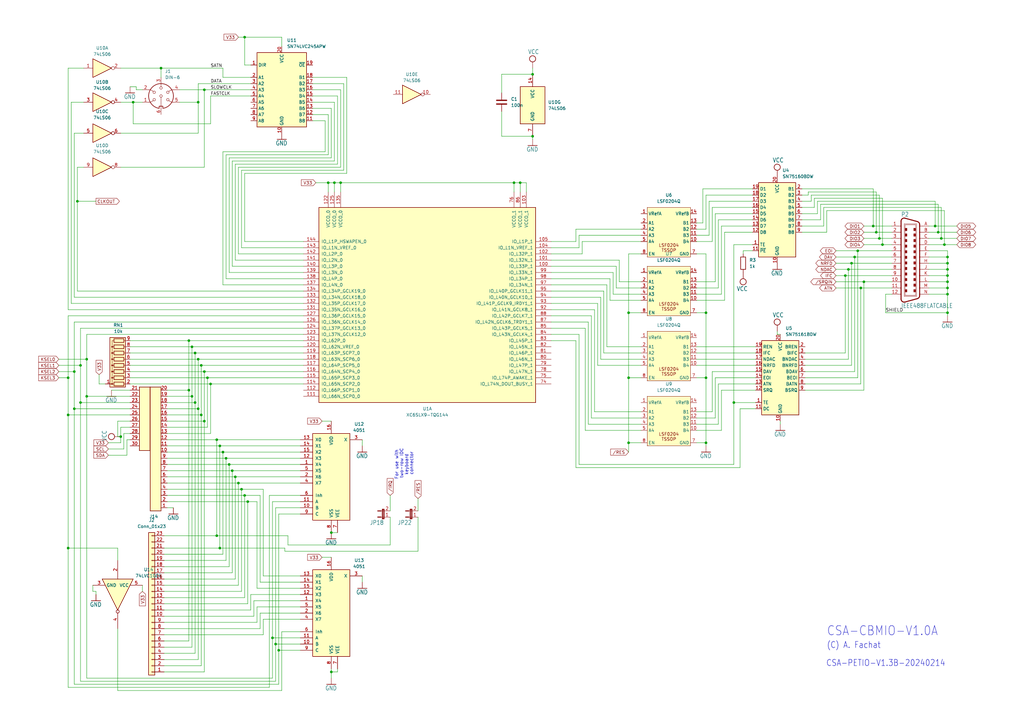
<source format=kicad_sch>
(kicad_sch (version 20250114) (generator "eeschema") (generator_version "9.0")
  (paper "A3")
  (text "For use with \ntwo-row IDC\nkeyboard \nconnector" (at 165.735 190.119 90) (effects (font (size 1.27 1.27))))
  (text "CSA-CBMIO-V1.0A" (at 339.09 261.112 0) (effects (font (size 3.81 3.2385)) (justify left bottom)))
  (text "CSA-PETIO-V1.3B-20240214" (at 338.836 273.558 0) (effects (font (size 2.54 2.159)) (justify left bottom)))
  (text "(C) A. Fachat" (at 339.09 266.192 0) (effects (font (size 2.54 2.159)) (justify left bottom)))
  (junction (at 388.62 120.65))
  (junction (at 33.02 165.1))
  (junction (at 27.94 170.18))
  (junction (at 218.44 30.48))
  (junction (at 66.04 27.94))
  (junction (at 100.33 15.24))
  (junction (at 83.82 36.83))
  (junction (at 100.33 203.2))
  (junction (at 349.25 107.95))
  (junction (at 300.99 165.1))
  (junction (at 35.56 162.56))
  (junction (at 388.62 113.03))
  (junction (at 113.03 264.16))
  (junction (at 111.76 261.62))
  (junction (at 99.06 200.66))
  (junction (at 137.16 74.93))
  (junction (at 257.81 181.61))
  (junction (at 135.89 275.59))
  (junction (at 257.81 154.94))
  (junction (at 360.68 97.79))
  (junction (at 135.89 218.44))
  (junction (at 33.02 149.86))
  (junction (at 90.17 224.79))
  (junction (at 78.74 142.24))
  (junction (at 383.54 92.71))
  (junction (at 350.52 105.41))
  (junction (at 97.79 198.12))
  (junction (at 30.48 167.64))
  (junction (at 351.79 102.87))
  (junction (at 388.62 115.57))
  (junction (at 83.82 172.72))
  (junction (at 289.56 154.94))
  (junction (at 27.94 224.79))
  (junction (at 388.62 107.95))
  (junction (at 96.52 195.58))
  (junction (at 213.36 74.93))
  (junction (at 387.35 100.33))
  (junction (at 388.62 110.49))
  (junction (at 92.71 187.96))
  (junction (at 85.09 154.94))
  (junction (at 358.14 92.71))
  (junction (at 27.94 154.94))
  (junction (at 91.44 185.42))
  (junction (at 114.3 266.7))
  (junction (at 353.06 118.11))
  (junction (at 386.08 97.79))
  (junction (at 82.55 149.86))
  (junction (at 289.56 181.61))
  (junction (at 361.95 100.33))
  (junction (at 78.74 162.56))
  (junction (at 88.9 219.71))
  (junction (at 257.81 128.27))
  (junction (at 218.44 55.88))
  (junction (at 95.25 193.04))
  (junction (at 81.28 41.91))
  (junction (at 31.75 82.55))
  (junction (at 359.41 95.25))
  (junction (at 90.17 182.88))
  (junction (at 86.36 157.48))
  (junction (at 346.71 113.03))
  (junction (at 35.56 147.32))
  (junction (at 384.81 95.25))
  (junction (at 49.53 179.07))
  (junction (at 347.98 110.49))
  (junction (at 81.28 167.64))
  (junction (at 289.56 128.27))
  (junction (at 139.7 74.93))
  (junction (at 80.01 165.1))
  (junction (at 83.82 152.4))
  (junction (at 134.62 74.93))
  (junction (at 54.61 41.91))
  (junction (at 88.9 180.34))
  (junction (at 388.62 118.11))
  (junction (at 80.01 144.78))
  (junction (at 388.62 128.27))
  (junction (at 101.6 205.74))
  (junction (at 354.33 115.57))
  (junction (at 77.47 160.02))
  (junction (at 77.47 139.7))
  (junction (at 388.62 105.41))
  (junction (at 93.98 190.5))
  (junction (at 30.48 152.4))
  (junction (at 82.55 170.18))
  (junction (at 81.28 147.32))
  (junction (at 210.82 74.93))
  (wire (pts (xy 139.7 68.58) (xy 97.79 68.58)))
  (wire (pts (xy 292.1 168.91) (xy 285.75 168.91)))
  (wire (pts (xy 113.03 208.28) (xy 123.19 208.28)))
  (wire (pts (xy 49.53 175.26) (xy 53.34 175.26)))
  (wire (pts (xy 294.64 157.48) (xy 294.64 173.99)))
  (wire (pts (xy 213.36 74.93) (xy 213.36 78.74)))
  (wire (pts (xy 97.79 198.12) (xy 123.19 198.12)))
  (wire (pts (xy 124.46 101.6) (xy 99.06 101.6)))
  (wire (pts (xy 248.92 142.24) (xy 262.89 142.24)))
  (wire (pts (xy 129.54 74.93) (xy 134.62 74.93)))
  (wire (pts (xy 137.16 74.93) (xy 137.16 78.74)))
  (wire (pts (xy 353.06 118.11) (xy 365.76 118.11)))
  (wire (pts (xy 124.46 142.24) (xy 78.74 142.24)))
  (wire (pts (xy 81.28 34.29) (xy 81.28 41.91)))
  (wire (pts (xy 111.76 261.62) (xy 111.76 205.74)))
  (wire (pts (xy 381 120.65) (xy 388.62 120.65)) (stroke (width 0.1524)))
  (wire (pts (xy 289.56 128.27) (xy 289.56 154.94)))
  (wire (pts (xy 384.81 83.82) (xy 384.81 95.25)))
  (wire (pts (xy 328.93 90.17) (xy 336.55 90.17)))
  (wire (pts (xy 53.34 142.24) (xy 78.74 142.24)))
  (wire (pts (xy 334.01 81.28) (xy 361.95 81.28)))
  (wire (pts (xy 293.37 115.57) (xy 285.75 115.57)))
  (wire (pts (xy 97.79 104.14) (xy 124.46 104.14)))
  (wire (pts (xy 100.33 71.12) (xy 142.24 71.12)))
  (wire (pts (xy 285.75 154.94) (xy 289.56 154.94)))
  (wire (pts (xy 31.75 82.55) (xy 31.75 68.58)))
  (wire (pts (xy 383.54 82.55) (xy 383.54 92.71)))
  (wire (pts (xy 285.75 144.78) (xy 309.88 144.78)))
  (wire (pts (xy 294.64 118.11) (xy 285.75 118.11)))
  (wire (pts (xy 24.13 147.32) (xy 35.56 147.32)))
  (wire (pts (xy 347.98 110.49) (xy 365.76 110.49)))
  (wire (pts (xy 107.95 236.22) (xy 123.19 236.22)))
  (wire (pts (xy 48.26 179.07) (xy 49.53 179.07)))
  (wire (pts (xy 339.09 95.25) (xy 339.09 86.36)))
  (wire (pts (xy 80.01 165.1) (xy 80.01 267.97)))
  (wire (pts (xy 81.28 270.51) (xy 67.31 270.51)))
  (wire (pts (xy 148.59 180.34) (xy 148.59 182.88)))
  (wire (pts (xy 134.62 74.93) (xy 137.16 74.93)))
  (wire (pts (xy 68.58 175.26) (xy 85.09 175.26)))
  (wire (pts (xy 73.66 36.83) (xy 83.82 36.83)))
  (wire (pts (xy 381 110.49) (xy 388.62 110.49)) (stroke (width 0.1524)))
  (wire (pts (xy 386.08 85.09) (xy 386.08 97.79)))
  (wire (pts (xy 67.31 232.41) (xy 93.98 232.41)))
  (wire (pts (xy 350.52 105.41) (xy 365.76 105.41)))
  (wire (pts (xy 67.31 224.79) (xy 90.17 224.79)))
  (wire (pts (xy 33.02 149.86) (xy 33.02 165.1)))
  (wire (pts (xy 237.49 137.16) (xy 237.49 190.5)))
  (wire (pts (xy 52.07 186.69) (xy 44.45 186.69)))
  (wire (pts (xy 308.61 80.01) (xy 289.56 80.01)))
  (wire (pts (xy 353.06 118.11) (xy 353.06 157.48)))
  (wire (pts (xy 318.77 137.16) (xy 318.77 135.89)))
  (wire (pts (xy 308.61 95.25) (xy 297.18 95.25)))
  (wire (pts (xy 359.41 95.25) (xy 365.76 95.25)))
  (wire (pts (xy 300.99 190.5) (xy 300.99 165.1)))
  (wire (pts (xy 381 105.41) (xy 388.62 105.41)) (stroke (width 0.1524)))
  (wire (pts (xy 49.53 68.58) (xy 83.82 68.58)))
  (wire (pts (xy 95.25 66.04) (xy 95.25 109.22)))
  (wire (pts (xy 92.71 114.3) (xy 92.71 63.5)))
  (wire (pts (xy 133.35 62.23) (xy 91.44 62.23)))
  (wire (pts (xy 226.06 116.84) (xy 248.92 116.84)))
  (wire (pts (xy 124.46 152.4) (xy 83.82 152.4)))
  (wire (pts (xy 138.43 39.37) (xy 128.27 39.37)))
  (wire (pts (xy 354.33 95.25) (xy 359.41 95.25)))
  (wire (pts (xy 320.04 172.72) (xy 320.04 173.99)))
  (wire (pts (xy 124.46 137.16) (xy 35.56 137.16)))
  (wire (pts (xy 304.8 102.87) (xy 304.8 104.14)))
  (wire (pts (xy 67.31 250.19) (xy 102.87 250.19)))
  (wire (pts (xy 359.41 78.74) (xy 359.41 95.25)))
  (wire (pts (xy 137.16 66.04) (xy 95.25 66.04)))
  (wire (pts (xy 205.74 38.1) (xy 205.74 30.48)))
  (wire (pts (xy 226.06 101.6) (xy 237.49 101.6)))
  (wire (pts (xy 91.44 185.42) (xy 123.19 185.42)))
  (wire (pts (xy 135.89 44.45) (xy 135.89 64.77)))
  (wire (pts (xy 43.18 157.48) (xy 40.64 157.48)))
  (wire (pts (xy 346.71 113.03) (xy 365.76 113.03)))
  (wire (pts (xy 349.25 107.95) (xy 349.25 149.86)))
  (wire (pts (xy 30.48 280.67) (xy 114.3 280.67)))
  (wire (pts (xy 294.64 90.17) (xy 294.64 118.11)))
  (wire (pts (xy 285.75 147.32) (xy 309.88 147.32)))
  (wire (pts (xy 102.87 39.37) (xy 86.36 39.37)))
  (wire (pts (xy 381 113.03) (xy 388.62 113.03)) (stroke (width 0.1524)))
  (wire (pts (xy 384.81 95.25) (xy 392.43 95.25)))
  (wire (pts (xy 257.81 128.27) (xy 262.89 128.27)))
  (wire (pts (xy 102.87 26.67) (xy 100.33 26.67)))
  (wire (pts (xy 139.7 74.93) (xy 210.82 74.93)))
  (wire (pts (xy 388.62 120.65) (xy 388.62 118.11)) (stroke (width 0.1524)))
  (wire (pts (xy 128.27 49.53) (xy 133.35 49.53)))
  (wire (pts (xy 257.81 154.94) (xy 262.89 154.94)))
  (wire (pts (xy 66.04 27.94) (xy 66.04 31.75)))
  (wire (pts (xy 30.48 167.64) (xy 30.48 280.67)))
  (wire (pts (xy 381 115.57) (xy 388.62 115.57)) (stroke (width 0.1524)))
  (wire (pts (xy 363.22 120.65) (xy 365.76 120.65)) (stroke (width 0.1524)))
  (wire (pts (xy 27.94 129.54) (xy 27.94 154.94)))
  (wire (pts (xy 66.04 27.94) (xy 91.44 27.94)))
  (wire (pts (xy 86.36 157.48) (xy 86.36 177.8)))
  (wire (pts (xy 328.93 85.09) (xy 334.01 85.09)))
  (wire (pts (xy 115.57 283.21) (xy 115.57 259.08)))
  (wire (pts (xy 248.92 116.84) (xy 248.92 142.24)))
  (wire (pts (xy 381 100.33) (xy 387.35 100.33)))
  (wire (pts (xy 226.06 139.7) (xy 236.22 139.7)))
  (wire (pts (xy 101.6 247.65) (xy 101.6 205.74)))
  (wire (pts (xy 236.22 139.7) (xy 236.22 191.77)))
  (wire (pts (xy 148.59 236.22) (xy 148.59 238.76)))
  (wire (pts (xy 388.62 110.49) (xy 388.62 107.95)) (stroke (width 0.1524)))
  (wire (pts (xy 160.02 209.55) (xy 160.02 203.2)))
  (wire (pts (xy 388.62 107.95) (xy 388.62 105.41)) (stroke (width 0.1524)))
  (wire (pts (xy 140.97 34.29) (xy 128.27 34.29)))
  (wire (pts (xy 226.06 106.68) (xy 254 106.68)))
  (wire (pts (xy 95.25 193.04) (xy 95.25 234.95)))
  (wire (pts (xy 68.58 177.8) (xy 86.36 177.8)))
  (wire (pts (xy 237.49 96.52) (xy 262.89 96.52)))
  (wire (pts (xy 85.09 154.94) (xy 85.09 175.26)))
  (wire (pts (xy 67.31 252.73) (xy 104.14 252.73)))
  (wire (pts (xy 142.24 71.12) (xy 142.24 31.75)))
  (wire (pts (xy 124.46 121.92) (xy 30.48 121.92)))
  (wire (pts (xy 92.71 63.5) (xy 134.62 63.5)))
  (wire (pts (xy 328.93 80.01) (xy 331.47 80.01)))
  (wire (pts (xy 106.68 203.2) (xy 106.68 238.76)))
  (wire (pts (xy 49.53 179.07) (xy 49.53 181.61)))
  (wire (pts (xy 113.03 279.4) (xy 113.03 264.16)))
  (wire (pts (xy 48.26 283.21) (xy 115.57 283.21)))
  (wire (pts (xy 328.93 87.63) (xy 335.28 87.63)))
  (wire (pts (xy 99.06 69.85) (xy 140.97 69.85)))
  (wire (pts (xy 142.24 31.75) (xy 128.27 31.75)))
  (wire (pts (xy 245.11 149.86) (xy 262.89 149.86)))
  (wire (pts (xy 350.52 105.41) (xy 350.52 152.4)))
  (wire (pts (xy 99.06 101.6) (xy 99.06 69.85)))
  (wire (pts (xy 250.19 123.19) (xy 262.89 123.19)))
  (wire (pts (xy 96.52 67.31) (xy 138.43 67.31)))
  (wire (pts (xy 246.38 147.32) (xy 262.89 147.32)))
  (wire (pts (xy 354.33 100.33) (xy 361.95 100.33)))
  (wire (pts (xy 102.87 243.84) (xy 123.19 243.84)))
  (wire (pts (xy 135.89 275.59) (xy 135.89 278.13)))
  (wire (pts (xy 68.58 170.18) (xy 82.55 170.18)))
  (wire (pts (xy 52.07 180.34) (xy 53.34 180.34)))
  (wire (pts (xy 342.9 113.03) (xy 346.71 113.03)))
  (wire (pts (xy 118.11 223.52) (xy 160.02 223.52)))
  (wire (pts (xy 308.61 87.63) (xy 293.37 87.63)))
  (wire (pts (xy 102.87 250.19) (xy 102.87 243.84)))
  (wire (pts (xy 91.44 31.75) (xy 91.44 27.94)))
  (wire (pts (xy 285.75 128.27) (xy 289.56 128.27)))
  (wire (pts (xy 139.7 36.83) (xy 139.7 68.58)))
  (wire (pts (xy 54.61 50.8) (xy 54.61 41.91)))
  (wire (pts (xy 77.47 160.02) (xy 77.47 262.89)))
  (wire (pts (xy 116.84 226.06) (xy 171.45 226.06)))
  (wire (pts (xy 309.88 157.48) (xy 294.64 157.48)))
  (wire (pts (xy 55.88 36.83) (xy 58.42 36.83)))
  (wire (pts (xy 388.62 105.41) (xy 388.62 102.87)) (stroke (width 0.1524)))
  (wire (pts (xy 67.31 245.11) (xy 100.33 245.11)))
  (wire (pts (xy 138.43 67.31) (xy 138.43 39.37)))
  (wire (pts (xy 100.33 203.2) (xy 100.33 245.11)))
  (wire (pts (xy 33.02 279.4) (xy 113.03 279.4)))
  (wire (pts (xy 363.22 128.27) (xy 363.22 120.65)) (stroke (width 0.1524)))
  (wire (pts (xy 213.36 74.93) (xy 210.82 74.93)))
  (wire (pts (xy 99.06 200.66) (xy 99.06 242.57)))
  (wire (pts (xy 124.46 144.78) (xy 80.01 144.78)))
  (wire (pts (xy 91.44 185.42) (xy 91.44 227.33)))
  (wire (pts (xy 226.06 109.22) (xy 252.73 109.22)))
  (wire (pts (xy 218.44 27.94) (xy 218.44 30.48)))
  (wire (pts (xy 308.61 90.17) (xy 294.64 90.17)))
  (wire (pts (xy 68.58 193.04) (xy 95.25 193.04)))
  (wire (pts (xy 95.25 109.22) (xy 124.46 109.22)))
  (wire (pts (xy 102.87 31.75) (xy 91.44 31.75)))
  (wire (pts (xy 81.28 167.64) (xy 81.28 270.51)))
  (wire (pts (xy 124.46 106.68) (xy 96.52 106.68)))
  (wire (pts (xy 111.76 261.62) (xy 123.19 261.62)))
  (wire (pts (xy 115.57 259.08) (xy 123.19 259.08)))
  (wire (pts (xy 300.99 100.33) (xy 300.99 165.1)))
  (wire (pts (xy 135.89 274.32) (xy 135.89 275.59)))
  (wire (pts (xy 290.83 96.52) (xy 285.75 96.52)))
  (wire (pts (xy 48.26 257.81) (xy 48.26 283.21)))
  (wire (pts (xy 100.33 99.06) (xy 100.33 71.12)))
  (wire (pts (xy 247.65 119.38) (xy 247.65 144.78)))
  (wire (pts (xy 289.56 104.14) (xy 289.56 128.27)))
  (wire (pts (xy 106.68 238.76) (xy 123.19 238.76)))
  (wire (pts (xy 30.48 152.4) (xy 30.48 167.64)))
  (wire (pts (xy 285.75 173.99) (xy 294.64 173.99)))
  (wire (pts (xy 124.46 154.94) (xy 85.09 154.94)))
  (wire (pts (xy 83.82 172.72) (xy 83.82 275.59)))
  (wire (pts (xy 226.06 99.06) (xy 236.22 99.06)))
  (wire (pts (xy 105.41 255.27) (xy 105.41 248.92)))
  (wire (pts (xy 105.41 248.92) (xy 123.19 248.92)))
  (wire (pts (xy 297.18 95.25) (xy 297.18 123.19)))
  (wire (pts (xy 139.7 74.93) (xy 139.7 78.74)))
  (wire (pts (xy 140.97 69.85) (xy 140.97 34.29)))
  (wire (pts (xy 77.47 139.7) (xy 77.47 160.02)))
  (wire (pts (xy 332.74 80.01) (xy 360.68 80.01)))
  (wire (pts (xy 381 102.87) (xy 388.62 102.87)) (stroke (width 0.1524)))
  (wire (pts (xy 53.34 157.48) (xy 86.36 157.48)))
  (wire (pts (xy 35.56 278.13) (xy 111.76 278.13)))
  (wire (pts (xy 54.61 41.91) (xy 58.42 41.91)))
  (wire (pts (xy 49.53 175.26) (xy 49.53 179.07)))
  (wire (pts (xy 205.74 45.72) (xy 205.74 55.88)))
  (wire (pts (xy 251.46 111.76) (xy 251.46 120.65)))
  (wire (pts (xy 289.56 93.98) (xy 285.75 93.98)))
  (wire (pts (xy 320.04 137.16) (xy 318.77 137.16)))
  (wire (pts (xy 337.82 92.71) (xy 337.82 85.09)))
  (wire (pts (xy 27.94 154.94) (xy 27.94 170.18)))
  (wire (pts (xy 160.02 212.09) (xy 160.02 223.52)))
  (wire (pts (xy 30.48 132.08) (xy 30.48 152.4)))
  (wire (pts (xy 67.31 247.65) (xy 101.6 247.65)))
  (wire (pts (xy 27.94 224.79) (xy 27.94 281.94)))
  (wire (pts (xy 67.31 240.03) (xy 97.79 240.03)))
  (wire (pts (xy 138.43 274.32) (xy 138.43 275.59)))
  (wire (pts (xy 68.58 187.96) (xy 92.71 187.96)))
  (wire (pts (xy 82.55 170.18) (xy 82.55 273.05)))
  (wire (pts (xy 35.56 147.32) (xy 35.56 162.56)))
  (wire (pts (xy 35.56 137.16) (xy 35.56 147.32)))
  (wire (pts (xy 78.74 142.24) (xy 78.74 162.56)))
  (wire (pts (xy 91.44 116.84) (xy 124.46 116.84)))
  (wire (pts (xy 328.93 92.71) (xy 337.82 92.71)))
  (wire (pts (xy 52.07 180.34) (xy 52.07 186.69)))
  (wire (pts (xy 285.75 142.24) (xy 309.88 142.24)))
  (wire (pts (xy 354.33 92.71) (xy 358.14 92.71)))
  (wire (pts (xy 128.27 36.83) (xy 139.7 36.83)))
  (wire (pts (xy 68.58 195.58) (xy 96.52 195.58)))
  (wire (pts (xy 335.28 82.55) (xy 383.54 82.55)))
  (wire (pts (xy 351.79 102.87) (xy 351.79 154.94)))
  (wire (pts (xy 303.53 191.77) (xy 303.53 167.64)))
  (wire (pts (xy 295.91 176.53) (xy 285.75 176.53)))
  (wire (pts (xy 39.37 243.84) (xy 39.37 242.57)))
  (wire (pts (xy 354.33 97.79) (xy 360.68 97.79)))
  (wire (pts (xy 346.71 113.03) (xy 346.71 144.78)))
  (wire (pts (xy 78.74 265.43) (xy 67.31 265.43)))
  (wire (pts (xy 67.31 227.33) (xy 91.44 227.33)))
  (wire (pts (xy 93.98 64.77) (xy 93.98 111.76)))
  (wire (pts (xy 388.62 118.11) (xy 388.62 115.57)) (stroke (width 0.1524)))
  (wire (pts (xy 88.9 180.34) (xy 88.9 219.71)))
  (wire (pts (xy 118.11 223.52) (xy 118.11 219.71)))
  (wire (pts (xy 67.31 229.87) (xy 92.71 229.87)))
  (wire (pts (xy 342.9 110.49) (xy 347.98 110.49)))
  (wire (pts (xy 97.79 15.24) (xy 100.33 15.24)))
  (wire (pts (xy 68.58 182.88) (xy 90.17 182.88)))
  (wire (pts (xy 29.21 41.91) (xy 34.29 41.91)))
  (wire (pts (xy 53.34 149.86) (xy 82.55 149.86)))
  (wire (pts (xy 67.31 237.49) (xy 96.52 237.49)))
  (wire (pts (xy 124.46 99.06) (xy 100.33 99.06)))
  (wire (pts (xy 86.36 50.8) (xy 54.61 50.8)))
  (wire (pts (xy 68.58 185.42) (xy 91.44 185.42)))
  (wire (pts (xy 252.73 109.22) (xy 252.73 118.11)))
  (wire (pts (xy 68.58 190.5) (xy 93.98 190.5)))
  (wire (pts (xy 45.72 160.02) (xy 53.34 160.02)))
  (wire (pts (xy 309.88 160.02) (xy 295.91 160.02)))
  (wire (pts (xy 354.33 115.57) (xy 365.76 115.57)))
  (wire (pts (xy 388.62 128.27) (xy 388.62 120.65)) (stroke (width 0.1524)))
  (wire (pts (xy 49.53 54.61) (xy 81.28 54.61)))
  (wire (pts (xy 349.25 107.95) (xy 365.76 107.95)))
  (wire (pts (xy 213.36 74.93) (xy 215.9 74.93)))
  (wire (pts (xy 171.45 204.47) (xy 171.45 209.55)))
  (wire (pts (xy 48.26 172.72) (xy 53.34 172.72)))
  (wire (pts (xy 226.06 121.92) (xy 246.38 121.92)))
  (wire (pts (xy 30.48 54.61) (xy 34.29 54.61)))
  (wire (pts (xy 90.17 182.88) (xy 90.17 224.79)))
  (wire (pts (xy 107.95 260.35) (xy 107.95 254)))
  (wire (pts (xy 99.06 200.66) (xy 107.95 200.66)))
  (wire (pts (xy 53.34 154.94) (xy 85.09 154.94)))
  (wire (pts (xy 67.31 260.35) (xy 107.95 260.35)))
  (wire (pts (xy 335.28 87.63) (xy 335.28 82.55)))
  (wire (pts (xy 210.82 74.93) (xy 210.82 78.74)))
  (wire (pts (xy 226.06 114.3) (xy 250.19 114.3)))
  (wire (pts (xy 308.61 92.71) (xy 295.91 92.71)))
  (wire (pts (xy 363.22 128.27) (xy 388.62 128.27)) (stroke (width 0.1524)))
  (wire (pts (xy 308.61 102.87) (xy 304.8 102.87)))
  (wire (pts (xy 107.95 254) (xy 123.19 254)))
  (wire (pts (xy 124.46 124.46) (xy 29.21 124.46)))
  (wire (pts (xy 328.93 77.47) (xy 358.14 77.47)))
  (wire (pts (xy 27.94 27.94) (xy 34.29 27.94)))
  (wire (pts (xy 285.75 149.86) (xy 309.88 149.86)))
  (wire (pts (xy 53.34 152.4) (xy 83.82 152.4)))
  (wire (pts (xy 246.38 121.92) (xy 246.38 147.32)))
  (wire (pts (xy 383.54 92.71) (xy 381 92.71)))
  (wire (pts (xy 381 107.95) (xy 388.62 107.95)) (stroke (width 0.1524)))
  (wire (pts (xy 58.42 240.03) (xy 58.42 242.57)))
  (wire (pts (xy 288.29 77.47) (xy 288.29 91.44)))
  (wire (pts (xy 134.62 46.99) (xy 128.27 46.99)))
  (wire (pts (xy 67.31 257.81) (xy 106.68 257.81)))
  (wire (pts (xy 110.49 203.2) (xy 123.19 203.2)))
  (wire (pts (xy 132.08 172.72) (xy 135.89 172.72)))
  (wire (pts (xy 245.11 124.46) (xy 245.11 149.86)))
  (wire (pts (xy 381 118.11) (xy 388.62 118.11)) (stroke (width 0.1524)))
  (wire (pts (xy 100.33 203.2) (xy 106.68 203.2)))
  (wire (pts (xy 361.95 81.28) (xy 361.95 100.33)))
  (wire (pts (xy 135.89 218.44) (xy 138.43 218.44)))
  (wire (pts (xy 309.88 152.4) (xy 292.1 152.4)))
  (wire (pts (xy 68.58 208.28) (xy 71.12 208.28)))
  (wire (pts (xy 48.26 224.79) (xy 27.94 224.79)))
  (wire (pts (xy 92.71 187.96) (xy 123.19 187.96)))
  (wire (pts (xy 35.56 162.56) (xy 35.56 278.13)))
  (wire (pts (xy 236.22 93.98) (xy 262.89 93.98)))
  (wire (pts (xy 114.3 210.82) (xy 123.19 210.82)))
  (wire (pts (xy 124.46 139.7) (xy 77.47 139.7)))
  (wire (pts (xy 128.27 44.45) (xy 135.89 44.45)))
  (wire (pts (xy 257.81 128.27) (xy 257.81 154.94)))
  (wire (pts (xy 242.57 129.54) (xy 242.57 171.45)))
  (wire (pts (xy 205.74 30.48) (xy 218.44 30.48)))
  (wire (pts (xy 67.31 219.71) (xy 88.9 219.71)))
  (wire (pts (xy 137.16 41.91) (xy 137.16 66.04)))
  (wire (pts (xy 39.37 242.57) (xy 38.1 242.57)))
  (wire (pts (xy 386.08 97.79) (xy 392.43 97.79)))
  (wire (pts (xy 81.28 147.32) (xy 81.28 167.64)))
  (wire (pts (xy 81.28 54.61) (xy 81.28 41.91)))
  (wire (pts (xy 347.98 110.49) (xy 347.98 147.32)))
  (wire (pts (xy 68.58 167.64) (xy 81.28 167.64)))
  (wire (pts (xy 132.08 228.6) (xy 135.89 228.6)))
  (wire (pts (xy 97.79 198.12) (xy 97.79 240.03)))
  (wire (pts (xy 257.81 104.14) (xy 257.81 128.27)))
  (wire (pts (xy 110.49 281.94) (xy 110.49 203.2)))
  (wire (pts (xy 289.56 182.88) (xy 289.56 181.61)))
  (wire (pts (xy 254 115.57) (xy 262.89 115.57)))
  (wire (pts (xy 124.46 114.3) (xy 92.71 114.3)))
  (wire (pts (xy 53.34 35.56) (xy 55.88 35.56)))
  (wire (pts (xy 118.11 219.71) (xy 88.9 219.71)))
  (wire (pts (xy 226.06 111.76) (xy 251.46 111.76)))
  (wire (pts (xy 337.82 85.09) (xy 386.08 85.09)))
  (wire (pts (xy 238.76 99.06) (xy 262.89 99.06)))
  (wire (pts (xy 351.79 102.87) (xy 365.76 102.87)))
  (wire (pts (xy 77.47 262.89) (xy 67.31 262.89)))
  (wire (pts (xy 292.1 85.09) (xy 292.1 99.06)))
  (wire (pts (xy 124.46 132.08) (xy 30.48 132.08)))
  (wire (pts (xy 339.09 86.36) (xy 387.35 86.36)))
  (wire (pts (xy 93.98 190.5) (xy 93.98 232.41)))
  (wire (pts (xy 78.74 162.56) (xy 78.74 265.43)))
  (wire (pts (xy 124.46 147.32) (xy 81.28 147.32)))
  (wire (pts (xy 40.64 157.48) (xy 40.64 153.67)))
  (wire (pts (xy 68.58 162.56) (xy 78.74 162.56)))
  (wire (pts (xy 100.33 15.24) (xy 115.57 15.24)))
  (wire (pts (xy 226.06 119.38) (xy 247.65 119.38)))
  (wire (pts (xy 90.17 182.88) (xy 123.19 182.88)))
  (wire (pts (xy 387.35 100.33) (xy 392.43 100.33)))
  (wire (pts (xy 243.84 127) (xy 243.84 168.91)))
  (wire (pts (xy 31.75 119.38) (xy 31.75 82.55)))
  (wire (pts (xy 295.91 160.02) (xy 295.91 176.53)))
  (wire (pts (xy 134.62 63.5) (xy 134.62 46.99)))
  (wire (pts (xy 135.89 275.59) (xy 138.43 275.59)))
  (wire (pts (xy 330.2 144.78) (xy 346.71 144.78)))
  (wire (pts (xy 241.3 173.99) (xy 262.89 173.99)))
  (wire (pts (xy 251.46 120.65) (xy 262.89 120.65)))
  (wire (pts (xy 205.74 55.88) (xy 218.44 55.88)))
  (wire (pts (xy 336.55 83.82) (xy 384.81 83.82)))
  (wire (pts (xy 342.9 118.11) (xy 353.06 118.11)))
  (wire (pts (xy 82.55 149.86) (xy 82.55 170.18)))
  (wire (pts (xy 114.3 280.67) (xy 114.3 266.7)))
  (wire (pts (xy 53.34 139.7) (xy 77.47 139.7)))
  (wire (pts (xy 53.34 147.32) (xy 81.28 147.32)))
  (wire (pts (xy 114.3 266.7) (xy 114.3 210.82)))
  (wire (pts (xy 33.02 165.1) (xy 53.34 165.1)))
  (wire (pts (xy 91.44 62.23) (xy 91.44 116.84)))
  (wire (pts (xy 330.2 152.4) (xy 350.52 152.4)))
  (wire (pts (xy 388.62 115.57) (xy 388.62 113.03)) (stroke (width 0.1524)))
  (wire (pts (xy 104.14 252.73) (xy 104.14 246.38)))
  (wire (pts (xy 342.9 105.41) (xy 350.52 105.41)))
  (wire (pts (xy 360.68 80.01) (xy 360.68 97.79)))
  (wire (pts (xy 308.61 77.47) (xy 288.29 77.47)))
  (wire (pts (xy 96.52 195.58) (xy 96.52 237.49)))
  (wire (pts (xy 83.82 68.58) (xy 83.82 36.83)))
  (wire (pts (xy 387.35 86.36) (xy 387.35 100.33)))
  (wire (pts (xy 254 106.68) (xy 254 115.57)))
  (wire (pts (xy 308.61 85.09) (xy 292.1 85.09)))
  (wire (pts (xy 48.26 229.87) (xy 48.26 224.79)))
  (wire (pts (xy 68.58 172.72) (xy 83.82 172.72)))
  (wire (pts (xy 68.58 180.34) (xy 88.9 180.34)))
  (wire (pts (xy 68.58 205.74) (xy 101.6 205.74)))
  (wire (pts (xy 101.6 205.74) (xy 105.41 205.74)))
  (wire (pts (xy 252.73 118.11) (xy 262.89 118.11)))
  (wire (pts (xy 49.53 41.91) (xy 54.61 41.91)))
  (wire (pts (xy 360.68 97.79) (xy 365.76 97.79)))
  (wire (pts (xy 238.76 99.06) (xy 238.76 104.14)))
  (wire (pts (xy 226.06 127) (xy 243.84 127)))
  (wire (pts (xy 53.34 144.78) (xy 80.01 144.78)))
  (wire (pts (xy 285.75 181.61) (xy 289.56 181.61)))
  (wire (pts (xy 33.02 134.62) (xy 33.02 149.86)))
  (wire (pts (xy 289.56 80.01) (xy 289.56 93.98)))
  (wire (pts (xy 107.95 200.66) (xy 107.95 236.22)))
  (wire (pts (xy 257.81 104.14) (xy 262.89 104.14)))
  (wire (pts (xy 124.46 119.38) (xy 31.75 119.38)))
  (wire (pts (xy 293.37 154.94) (xy 293.37 171.45)))
  (wire (pts (xy 309.88 165.1) (xy 300.99 165.1)))
  (wire (pts (xy 334.01 85.09) (xy 334.01 81.28)))
  (wire (pts (xy 96.52 106.68) (xy 96.52 67.31)))
  (wire (pts (xy 88.9 180.34) (xy 123.19 180.34)))
  (wire (pts (xy 31.75 68.58) (xy 34.29 68.58)))
  (wire (pts (xy 124.46 134.62) (xy 33.02 134.62)))
  (wire (pts (xy 330.2 147.32) (xy 347.98 147.32)))
  (wire (pts (xy 308.61 82.55) (xy 290.83 82.55)))
  (wire (pts (xy 67.31 234.95) (xy 95.25 234.95)))
  (wire (pts (xy 381 95.25) (xy 384.81 95.25)))
  (wire (pts (xy 83.82 36.83) (xy 102.87 36.83)))
  (wire (pts (xy 67.31 242.57) (xy 99.06 242.57)))
  (wire (pts (xy 113.03 264.16) (xy 123.19 264.16)))
  (wire (pts (xy 68.58 200.66) (xy 99.06 200.66)))
  (wire (pts (xy 354.33 115.57) (xy 354.33 160.02)))
  (wire (pts (xy 29.21 124.46) (xy 29.21 41.91)))
  (wire (pts (xy 68.58 203.2) (xy 100.33 203.2)))
  (wire (pts (xy 93.98 111.76) (xy 124.46 111.76)))
  (wire (pts (xy 133.35 49.53) (xy 133.35 62.23)))
  (wire (pts (xy 288.29 91.44) (xy 285.75 91.44)))
  (wire (pts (xy 361.95 100.33) (xy 365.76 100.33)))
  (wire (pts (xy 381 97.79) (xy 386.08 97.79)))
  (wire (pts (xy 106.68 251.46) (xy 123.19 251.46)))
  (wire (pts (xy 24.13 154.94) (xy 27.94 154.94)))
  (wire (pts (xy 124.46 127) (xy 27.94 127)))
  (wire (pts (xy 257.81 181.61) (xy 257.81 154.94)))
  (wire (pts (xy 218.44 57.15) (xy 218.44 55.88)))
  (wire (pts (xy 332.74 82.55) (xy 332.74 80.01)))
  (wire (pts (xy 250.19 114.3) (xy 250.19 123.19)))
  (wire (pts (xy 67.31 273.05) (xy 82.55 273.05)))
  (wire (pts (xy 241.3 132.08) (xy 241.3 173.99)))
  (wire (pts (xy 226.06 129.54) (xy 242.57 129.54)))
  (wire (pts (xy 111.76 205.74) (xy 123.19 205.74)))
  (wire (pts (xy 242.57 171.45) (xy 262.89 171.45)))
  (wire (pts (xy 240.03 176.53) (xy 262.89 176.53)))
  (wire (pts (xy 73.66 41.91) (xy 81.28 41.91)))
  (wire (pts (xy 330.2 157.48) (xy 353.06 157.48)))
  (wire (pts (xy 342.9 107.95) (xy 349.25 107.95)))
  (wire (pts (xy 237.49 190.5) (xy 300.99 190.5)))
  (wire (pts (xy 226.06 104.14) (xy 238.76 104.14)))
  (wire (pts (xy 342.9 115.57) (xy 354.33 115.57)))
  (wire (pts (xy 124.46 129.54) (xy 27.94 129.54)))
  (wire (pts (xy 236.22 191.77) (xy 303.53 191.77)))
  (wire (pts (xy 293.37 171.45) (xy 285.75 171.45)))
  (wire (pts (xy 293.37 87.63) (xy 293.37 115.57)))
  (wire (pts (xy 50.8 184.15) (xy 44.45 184.15)))
  (wire (pts (xy 330.2 154.94) (xy 351.79 154.94)))
  (wire (pts (xy 289.56 104.14) (xy 285.75 104.14)))
  (wire (pts (xy 104.14 246.38) (xy 123.19 246.38)))
  (wire (pts (xy 236.22 93.98) (xy 236.22 99.06)))
  (wire (pts (xy 247.65 144.78) (xy 262.89 144.78)))
  (wire (pts (xy 24.13 152.4) (xy 30.48 152.4)))
  (wire (pts (xy 328.93 95.25) (xy 339.09 95.25)))
  (wire (pts (xy 139.7 74.93) (xy 137.16 74.93)))
  (wire (pts (xy 226.06 132.08) (xy 241.3 132.08)))
  (wire (pts (xy 49.53 181.61) (xy 44.45 181.61)))
  (wire (pts (xy 328.93 82.55) (xy 332.74 82.55)))
  (wire (pts (xy 68.58 198.12) (xy 97.79 198.12)))
  (wire (pts (xy 226.06 137.16) (xy 237.49 137.16)))
  (wire (pts (xy 297.18 123.19) (xy 285.75 123.19)))
  (wire (pts (xy 33.02 165.1) (xy 33.02 279.4)))
  (wire (pts (xy 80.01 144.78) (xy 80.01 165.1)))
  (wire (pts (xy 243.84 168.91) (xy 262.89 168.91)))
  (wire (pts (xy 67.31 255.27) (xy 105.41 255.27)))
  (wire (pts (xy 115.57 15.24) (xy 115.57 19.05)))
  (wire (pts (xy 50.8 177.8) (xy 53.34 177.8)))
  (wire (pts (xy 55.88 35.56) (xy 55.88 36.83)))
  (wire (pts (xy 97.79 68.58) (xy 97.79 104.14)))
  (wire (pts (xy 95.25 193.04) (xy 123.19 193.04)))
  (wire (pts (xy 330.2 149.86) (xy 349.25 149.86)))
  (wire (pts (xy 24.13 149.86) (xy 33.02 149.86)))
  (wire (pts (xy 388.62 113.03) (xy 388.62 110.49)) (stroke (width 0.1524)))
  (wire (pts (xy 81.28 34.29) (xy 102.87 34.29)))
  (wire (pts (xy 300.99 100.33) (xy 308.61 100.33)))
  (wire (pts (xy 116.84 224.79) (xy 90.17 224.79)))
  (wire (pts (xy 295.91 92.71) (xy 295.91 120.65)))
  (wire (pts (xy 342.9 102.87) (xy 351.79 102.87)))
  (wire (pts (xy 290.83 82.55) (xy 290.83 96.52)))
  (wire (pts (xy 330.2 160.02) (xy 354.33 160.02)))
  (wire (pts (xy 388.62 128.27) (xy 388.62 129.54)) (stroke (width 0.1524)))
  (wire (pts (xy 68.58 160.02) (xy 77.47 160.02)))
  (wire (pts (xy 134.62 74.93) (xy 134.62 78.74)))
  (wire (pts (xy 292.1 152.4) (xy 292.1 168.91)))
  (wire (pts (xy 111.76 261.62) (xy 111.76 278.13)))
  (wire (pts (xy 114.3 266.7) (xy 123.19 266.7)))
  (wire (pts (xy 92.71 187.96) (xy 92.71 229.87)))
  (wire (pts (xy 135.89 64.77) (xy 93.98 64.77)))
  (wire (pts (xy 215.9 74.93) (xy 215.9 78.74)))
  (wire (pts (xy 106.68 257.81) (xy 106.68 251.46)))
  (wire (pts (xy 83.82 152.4) (xy 83.82 172.72)))
  (wire (pts (xy 80.01 267.97) (xy 67.31 267.97)))
  (wire (pts (xy 358.14 92.71) (xy 358.14 77.47)))
  (wire (pts (xy 257.81 185.42) (xy 257.81 181.61)))
  (wire (pts (xy 49.53 27.94) (xy 66.04 27.94)))
  (wire (pts (xy 83.82 275.59) (xy 67.31 275.59)))
  (wire (pts (xy 38.1 242.57) (xy 38.1 240.03)))
  (wire (pts (xy 237.49 96.52) (xy 237.49 101.6)))
  (wire (pts (xy 27.94 127) (xy 27.94 27.94)))
  (wire (pts (xy 331.47 78.74) (xy 359.41 78.74)))
  (wire (pts (xy 171.45 212.09) (xy 171.45 226.06)))
  (wire (pts (xy 27.94 281.94) (xy 110.49 281.94)))
  (wire (pts (xy 93.98 190.5) (xy 123.19 190.5)))
  (wire (pts (xy 31.75 82.55) (xy 39.37 82.55)))
  (wire (pts (xy 124.46 149.86) (xy 82.55 149.86)))
  (wire (pts (xy 124.46 157.48) (xy 86.36 157.48)))
  (wire (pts (xy 100.33 26.67) (xy 100.33 15.24)))
  (wire (pts (xy 128.27 41.91) (xy 137.16 41.91)))
  (wire (pts (xy 96.52 195.58) (xy 123.19 195.58)))
  (wire (pts (xy 30.48 167.64) (xy 53.34 167.64)))
  (wire (pts (xy 303.53 167.64) (xy 309.88 167.64)))
  (wire (pts (xy 48.26 172.72) (xy 48.26 179.07)))
  (wire (pts (xy 105.41 205.74) (xy 105.41 241.3)))
  (wire (pts (xy 336.55 90.17) (xy 336.55 83.82)))
  (wire (pts (xy 30.48 121.92) (xy 30.48 54.61)))
  (wire (pts (xy 50.8 177.8) (xy 50.8 184.15)))
  (wire (pts (xy 292.1 99.06) (xy 285.75 99.06)))
  (wire (pts (xy 358.14 92.71) (xy 365.76 92.71)))
  (wire (pts (xy 309.88 154.94) (xy 293.37 154.94)))
  (wire (pts (xy 295.91 120.65) (xy 285.75 120.65)))
  (wire (pts (xy 240.03 134.62) (xy 240.03 176.53)))
  (wire (pts (xy 226.06 134.62) (xy 240.03 134.62)))
  (wire (pts (xy 257.81 181.61) (xy 262.89 181.61)))
  (wire (pts (xy 113.03 264.16) (xy 113.03 208.28)))
  (wire (pts (xy 27.94 170.18) (xy 53.34 170.18)))
  (wire (pts (xy 226.06 124.46) (xy 245.11 124.46)))
  (wire (pts (xy 331.47 80.01) (xy 331.47 78.74)))
  (wire (pts (xy 105.41 241.3) (xy 123.19 241.3)))
  (wire (pts (xy 383.54 92.71) (xy 392.43 92.71)))
  (wire (pts (xy 86.36 39.37) (xy 86.36 50.8)))
  (wire (pts (xy 68.58 165.1) (xy 80.01 165.1)))
  (wire (pts (xy 27.94 170.18) (xy 27.94 224.79)))
  (wire (pts (xy 35.56 162.56) (xy 53.34 162.56)))
  (wire (pts (xy 289.56 181.61) (xy 289.56 154.94)))
  (wire (pts (xy 116.84 226.06) (xy 116.84 224.79)))
  (label "SHIELD" (at 363.22 128.27 0) (effects (font (size 1.3513 1.3513))))
  (label "DATA" (at 86.36 34.29 0))
  (label "SLOWCLK" (at 86.36 36.83 0))
  (label "FASTCLK" (at 86.36 39.37 0))
  (label "SATN" (at 86.36 27.94 0))
  (global_label "DIO1" (shape bidirectional) (at 354.33 92.71 180) (effects (font (size 1.2446 1.2446))) (property "Intersheetrefs" "${INTERSHEET_REFS}" (effects (hide yes))))
  (global_label "EOI" (shape bidirectional) (at 342.9 102.87 180) (effects (font (size 1.2446 1.2446))) (property "Intersheetrefs" "${INTERSHEET_REFS}" (effects (hide yes))))
  (global_label "DIO3" (shape bidirectional) (at 354.33 97.79 180) (effects (font (size 1.2446 1.2446))) (property "Intersheetrefs" "${INTERSHEET_REFS}" (effects (hide yes))))
  (global_label "NRFD" (shape bidirectional) (at 342.9 107.95 180) (effects (font (size 1.2446 1.2446))) (property "Intersheetrefs" "${INTERSHEET_REFS}" (effects (hide yes))))
  (global_label "KSEL3" (shape input) (at 24.13 154.94 180) (property "Intersheetrefs" "${INTERSHEET_REFS}" (effects (hide yes))))
  (global_label "KSEL2" (shape input) (at 24.13 152.4 180) (property "Intersheetrefs" "${INTERSHEET_REFS}" (effects (hide yes))))
  (global_label "DAV" (shape bidirectional) (at 342.9 105.41 180) (effects (font (size 1.2446 1.2446))) (property "Intersheetrefs" "${INTERSHEET_REFS}" (effects (hide yes))))
  (global_label "CLKOUT" (shape output) (at 39.37 82.55 0) (property "Intersheetrefs" "${INTERSHEET_REFS}" (effects (hide yes))))
  (global_label "V33" (shape input) (at 132.08 172.72 180) (property "Intersheetrefs" "${INTERSHEET_REFS}" (effects (hide yes))))
  (global_label "DIO2" (shape bidirectional) (at 354.33 95.25 180) (effects (font (size 1.2446 1.2446))) (property "Intersheetrefs" "${INTERSHEET_REFS}" (effects (hide yes))))
  (global_label "V33" (shape input) (at 129.54 74.93 180) (property "Intersheetrefs" "${INTERSHEET_REFS}" (effects (hide yes))))
  (global_label "V33" (shape input) (at 132.08 228.6 180) (property "Intersheetrefs" "${INTERSHEET_REFS}" (effects (hide yes))))
  (global_label "SCL" (shape input) (at 44.45 184.15 180) (property "Intersheetrefs" "${INTERSHEET_REFS}" (effects (hide yes))))
  (global_label "DIO5" (shape bidirectional) (at 392.43 92.71 0) (effects (font (size 1.2446 1.2446))) (property "Intersheetrefs" "${INTERSHEET_REFS}" (effects (hide yes))))
  (global_label "DIO4" (shape bidirectional) (at 354.33 100.33 180) (effects (font (size 1.2446 1.2446))) (property "Intersheetrefs" "${INTERSHEET_REFS}" (effects (hide yes))))
  (global_label "DIO7" (shape bidirectional) (at 392.43 97.79 0) (effects (font (size 1.2446 1.2446))) (property "Intersheetrefs" "${INTERSHEET_REFS}" (effects (hide yes))))
  (global_label "V33" (shape input) (at 97.79 15.24 180) (property "Intersheetrefs" "${INTERSHEET_REFS}" (effects (hide yes))))
  (global_label "V33" (shape input) (at 58.42 242.57 270) (property "Intersheetrefs" "${INTERSHEET_REFS}" (effects (hide yes))))
  (global_label "{slash}RES" (shape input) (at 171.45 204.47 90) (property "Intersheetrefs" "${INTERSHEET_REFS}" (effects (hide yes))))
  (global_label "{slash}IRQ" (shape input) (at 160.02 203.2 90) (property "Intersheetrefs" "${INTERSHEET_REFS}" (effects (hide yes))))
  (global_label "/SRQIN" (shape bidirectional) (at 342.9 115.57 180) (effects (font (size 1.2446 1.2446))) (property "Intersheetrefs" "${INTERSHEET_REFS}" (effects (hide yes))))
  (global_label "{slash}RES" (shape input) (at 257.81 185.42 180) (property "Intersheetrefs" "${INTERSHEET_REFS}" (effects (hide yes))))
  (global_label "NDAC" (shape bidirectional) (at 342.9 110.49 180) (effects (font (size 1.2446 1.2446))) (property "Intersheetrefs" "${INTERSHEET_REFS}" (effects (hide yes))))
  (global_label "V33" (shape input) (at 44.45 181.61 180) (property "Intersheetrefs" "${INTERSHEET_REFS}" (effects (hide yes))))
  (global_label "IFC" (shape bidirectional) (at 342.9 113.03 180) (effects (font (size 1.2446 1.2446))) (property "Intersheetrefs" "${INTERSHEET_REFS}" (effects (hide yes))))
  (global_label "KSEL0" (shape input) (at 24.13 147.32 180) (property "Intersheetrefs" "${INTERSHEET_REFS}" (effects (hide yes))))
  (global_label "KSEL1" (shape input) (at 24.13 149.86 180) (property "Intersheetrefs" "${INTERSHEET_REFS}" (effects (hide yes))))
  (global_label "DIO6" (shape bidirectional) (at 392.43 95.25 0) (effects (font (size 1.2446 1.2446))) (property "Intersheetrefs" "${INTERSHEET_REFS}" (effects (hide yes))))
  (global_label "ATN" (shape bidirectional) (at 342.9 118.11 180) (effects (font (size 1.2446 1.2446))) (property "Intersheetrefs" "${INTERSHEET_REFS}" (effects (hide yes))))
  (global_label "SDA" (shape input) (at 44.45 186.69 180) (property "Intersheetrefs" "${INTERSHEET_REFS}" (effects (hide yes))))
  (global_label "DIO8" (shape bidirectional) (at 392.43 100.33 0) (effects (font (size 1.2446 1.2446))) (property "Intersheetrefs" "${INTERSHEET_REFS}" (effects (hide yes))))
  (global_label "V33" (shape input) (at 40.64 153.67 90) (property "Intersheetrefs" "${INTERSHEET_REFS}" (effects (hide yes))))
  (symbol (lib_id "4xxx:4051") (at 135.89 251.46 0) (unit 1)
    (property "Reference" "U13" (at 147.32 229.7998 0))
    (property "Value" "4051" (at 147.32 232.3398 0))
    (property "Footprint" "Package_SO:SOP-16_3.9x9.9mm_P1.27mm" (effects (hide yes)))
    (property "Datasheet" "http://www.intersil.com/content/dam/Intersil/documents/cd40/cd4051bms-52bms-53bms.pdf" (effects (hide yes)))
    (property "Description" "Analog Multiplexer 8 to 1 lins" (effects (hide yes)))
  )
  (symbol (lib_id "cbm_ultipet_v1-eagle-import:GND") (at 135.89 220.98 0) (unit 1)
    (property "Reference" "#GND027" (effects (hide yes)))
    (property "Value" "GND" (at 133.35 223.52 0) (effects (font (size 1.778 1.5113)) (justify left bottom)))
  )
  (symbol (lib_id "cbm_ultipet_v1-eagle-import:GND") (at 148.59 185.42 0) (unit 1)
    (property "Reference" "#GND028" (effects (hide yes)))
    (property "Value" "GND" (at 146.05 187.96 0) (effects (font (size 1.778 1.5113)) (justify left bottom)))
  )
  (symbol (lib_id "cbm_ultipet_v1-eagle-import:IEEE488FLATCABLE") (at 373.38 105.41 0) (unit 1)
    (property "Reference" "P2" (at 369.57 88.9 0) (effects (font (size 1.778 1.5113)) (justify left bottom)))
    (property "Value" "IEEE488FLATCABLE" (at 369.57 126.365 0) (effects (font (size 1.778 1.5113)) (justify left bottom)))
    (property "Footprint" "csa_petio_v1:FLAT24" (effects (hide yes)))
  )
  (symbol (lib_id "Connector_Generic:Conn_01x23") (at 62.23 247.65 180) (unit 1)
    (property "Reference" "J2" (at 62.23 213.36 0))
    (property "Value" "Conn_01x23" (at 62.23 215.9 0))
    (property "Footprint" "Connector_PinSocket_2.54mm:PinSocket_1x23_P2.54mm_Vertical" (effects (hide yes)))
    (property "Description" "Generic connector, single row, 01x23, script generated (kicad-library-utils/schlib/autogen/connector/)" (effects (hide yes)))
  )
  (symbol (lib_id "csa_petio_v1-eagle-import:75161") (at 320.04 153.67 0) (unit 1)
    (property "Reference" "U5" (at 322.1833 134.62 0) (effects (justify left)))
    (property "Value" "SN75161BDW" (at 322.1833 137.16 0) (effects (justify left)))
    (property "Footprint" "Package_SO:SOIC-20W_7.5x12.8mm_P1.27mm" (effects (hide yes)))
  )
  (symbol (lib_id "cbm_ultipet_v1-eagle-import:GND") (at 148.59 241.3 0) (unit 1)
    (property "Reference" "#GND029" (effects (hide yes)))
    (property "Value" "GND" (at 146.05 243.84 0) (effects (font (size 1.778 1.5113)) (justify left bottom)))
  )
  (symbol (lib_id "74xx:74LS06") (at 41.91 27.94 0) (unit 1)
    (property "Reference" "U10" (at 41.91 19.685 0))
    (property "Value" "74LS06" (at 41.91 22.225 0))
    (property "Footprint" "Package_SO:SO-14_3.9x8.65mm_P1.27mm" (effects (hide yes)))
    (property "Datasheet" "http://www.ti.com/lit/gpn/sn74LS06" (effects (hide yes)))
    (property "Description" "Inverter Open Collect" (effects (hide yes)))
  )
  (symbol (lib_id "74xx:74LS06") (at 41.91 41.91 0) (unit 2)
    (property "Reference" "U10" (at 41.91 33.655 0))
    (property "Value" "74LS06" (at 41.91 36.195 0))
    (property "Footprint" "Package_SO:SO-14_3.9x8.65mm_P1.27mm" (effects (hide yes)))
    (property "Datasheet" "http://www.ti.com/lit/gpn/sn74LS06" (effects (hide yes)))
    (property "Description" "Inverter Open Collect" (effects (hide yes)))
  )
  (symbol (lib_id "cbm_ultipet_v1-eagle-import:GND") (at 289.56 185.42 0) (unit 1)
    (property "Reference" "#GND022" (effects (hide yes)))
    (property "Value" "GND" (at 287.02 187.96 0) (effects (font (size 1.778 1.5113)) (justify left bottom)))
  )
  (symbol (lib_id "cbm_ultipet_v1-eagle-import:GND") (at 135.89 280.67 0) (unit 1)
    (property "Reference" "#GND026" (effects (hide yes)))
    (property "Value" "GND" (at 133.35 283.21 0) (effects (font (size 1.778 1.5113)) (justify left bottom)))
  )
  (symbol (lib_id "4xxx:4051") (at 135.89 195.58 0) (unit 1)
    (property "Reference" "U12" (at 147.32 173.9198 0))
    (property "Value" "4051" (at 147.32 176.4598 0))
    (property "Footprint" "Package_SO:SOP-16_3.9x9.9mm_P1.27mm" (effects (hide yes)))
    (property "Datasheet" "http://www.intersil.com/content/dam/Intersil/documents/cd40/cd4051bms-52bms-53bms.pdf" (effects (hide yes)))
    (property "Description" "Analog Multiplexer 8 to 1 lins" (effects (hide yes)))
  )
  (symbol (lib_id "Device:R") (at 304.8 107.95 0) (unit 1)
    (property "Reference" "R3" (at 307.34 106.6799 0) (effects (justify left)))
    (property "Value" "1k" (at 307.34 109.2199 0) (effects (justify left)))
    (property "Footprint" "Resistor_SMD:R_0603_1608Metric_Pad0.98x0.95mm_HandSolder" (effects (hide yes)))
    (property "Description" "Resistor" (effects (hide yes)))
  )
  (symbol (lib_id "csa_petio_v1-eagle-import:VCC") (at 318.77 69.85 0) (unit 1)
    (property "Reference" "#V03" (effects (hide yes)))
    (property "Value" "VCC" (at 316.865 66.675 0) (effects (font (size 1.778 1.5113)) (justify left bottom)))
  )
  (symbol (lib_id "Device:C") (at 205.74 41.91 0) (unit 1)
    (property "Reference" "C1" (at 209.55 40.6399 0) (effects (justify left)))
    (property "Value" "100n" (at 209.55 43.1799 0) (effects (justify left)))
    (property "Footprint" "Capacitor_SMD:C_0805_2012Metric" (effects (hide yes)))
    (property "Description" "Unpolarized capacitor" (effects (hide yes)))
  )
  (symbol (lib_id "Device:R_Network08") (at 48.26 147.32 90) (unit 1)
    (property "Reference" "RN1" (at 48.514 133.35 90))
    (property "Value" "10k" (at 48.514 135.89 90))
    (property "Footprint" "Resistor_THT:R_Array_SIP9" (effects (hide yes)))
    (property "Datasheet" "http://www.vishay.com/docs/31509/csc.pdf" (effects (hide yes)))
    (property "Description" "8 resistor network, star topology, bussed resistors, small symbol" (effects (hide yes)))
  )
  (symbol (lib_id "Logic_LevelTranslator:SN74LVC245APW") (at 115.57 36.83 0) (unit 1)
    (property "Reference" "U11" (at 117.7133 16.51 0) (effects (justify left)))
    (property "Value" "SN74LVC245APW" (at 117.7133 19.05 0) (effects (justify left)))
    (property "Footprint" "Package_SO:TSSOP-20_4.4x6.5mm_P0.65mm" (effects (hide yes)))
    (property "Datasheet" "https://www.ti.com/lit/ds/scas218x/scas218x.pdf" (effects (hide yes)))
    (property "Description" "8-Bit Single-Supply Bus Transceiver With 5V tolerant input voltage and 3-State Outputs 24mA, TSSOP-20" (effects (hide yes)))
  )
  (symbol (lib_id "csa_petio_v1-eagle-import:VCC") (at 304.8 114.3 180) (unit 1)
    (property "Reference" "#V05" (effects (hide yes)))
    (property "Value" "VCC" (at 306.705 117.475 0) (effects (font (size 1.778 1.5113)) (justify left bottom)))
  )
  (symbol (lib_id "cbm_ultipet_v1-eagle-import:GND") (at 218.44 59.69 0) (unit 1)
    (property "Reference" "#GND025" (effects (hide yes)))
    (property "Value" "GND" (at 215.9 62.23 0) (effects (font (size 1.778 1.5113)) (justify left bottom)))
  )
  (symbol (lib_id "csa_petio_v1-eagle-import:LSF0204Q") (at 274.32 92.71 0) (unit 1)
    (property "Reference" "U6" (at 274.32 80.01 0))
    (property "Value" "LSF0204Q" (at 274.32 82.55 0))
    (property "Footprint" "Package_SO:TSSOP-14_4.4x5mm_P0.65mm" (effects (hide yes)))
  )
  (symbol (lib_id "csa_petio_v1-eagle-import:VCC") (at 218.44 25.4 0) (unit 1)
    (property "Reference" "#V07" (effects (hide yes)))
    (property "Value" "VCC" (at 216.535 22.225 0) (effects (font (size 1.778 1.5113)) (justify left bottom)))
  )
  (symbol (lib_id "FPGA_Xilinx_Spartan6:XC6SLX9-TQG144") (at 175.26 121.92 0) (unit 1)
    (property "Reference" "U1" (at 175.26 167.64 0))
    (property "Value" "XC6SLX9-TQG144" (at 175.26 170.18 0))
    (property "Footprint" "Package_QFP:TQFP-144_20x20mm_P0.5mm" (effects (hide yes)))
    (property "Description" "Spartan 6 LX 9 XC6SLX9-TQG144" (effects (hide yes)))
  )
  (symbol (lib_id "cbm_ultipet_v1-eagle-import:JP1E") (at 157.48 212.09 90) (unit 1)
    (property "Reference" "JP18" (at 157.48 213.36 90) (effects (font (size 1.778 1.5113)) (justify left bottom)))
    (property "Value" "JP1E" (effects (hide yes)))
    (property "Footprint" "Connector_PinHeader_2.54mm:PinHeader_1x02_P2.54mm_Vertical" (effects (hide yes)))
  )
  (symbol (lib_id "Interface:SN75160BDW") (at 318.77 90.17 0) (unit 1)
    (property "Reference" "U4" (at 320.9133 69.85 0) (effects (justify left)))
    (property "Value" "SN75160BDW" (at 320.9133 72.39 0) (effects (justify left)))
    (property "Footprint" "Package_SO:SOIC-20W_7.5x12.8mm_P1.27mm" (effects (hide yes)))
    (property "Datasheet" "http://www.ti.com/lit/ds/symlink/sn75160b.pdf" (effects (hide yes)))
    (property "Description" "Octal general-purpose interface bus transceiver, SOIC-20" (effects (hide yes)))
  )
  (symbol (lib_id "74xx:74LS06") (at 218.44 43.18 0) (unit 7)
    (property "Reference" "U10" (at 224.79 41.9099 0) (effects (justify left)))
    (property "Value" "74LS06" (at 224.79 44.4499 0) (effects (justify left)))
    (property "Footprint" "Package_SO:SO-14_3.9x8.65mm_P1.27mm" (effects (hide yes)))
    (property "Datasheet" "http://www.ti.com/lit/gpn/sn74LS06" (effects (hide yes)))
    (property "Description" "Inverter Open Collect" (effects (hide yes)))
  )
  (symbol (lib_id "74xGxx:74LVC1G04") (at 48.26 245.11 270) (unit 1)
    (property "Reference" "U14" (at 60.96 233.6098 90))
    (property "Value" "74LVC1G04" (at 60.96 236.1498 90))
    (property "Footprint" "Package_TO_SOT_SMD:SOT-23-5" (effects (hide yes)))
    (property "Datasheet" "https://www.ti.com/lit/ds/symlink/sn74lvc1g04.pdf" (effects (hide yes)))
    (property "Description" "Single NOT Gate, Low-Voltage CMOS" (effects (hide yes)))
  )
  (symbol (lib_id "cbm_ultipet_v1-eagle-import:GND") (at 318.77 110.49 0) (unit 1)
    (property "Reference" "#GND020" (effects (hide yes)))
    (property "Value" "GND" (at 316.23 113.03 0) (effects (font (size 1.778 1.5113)) (justify left bottom)))
  )
  (symbol (lib_id "csa_petio_v1-eagle-import:LSF0204Q") (at 274.32 116.84 0) (unit 1)
    (property "Reference" "U7" (at 274.32 104.14 0))
    (property "Value" "LSF0204Q" (at 274.32 106.68 0))
    (property "Footprint" "Package_SO:TSSOP-14_4.4x5mm_P0.65mm" (effects (hide yes)))
  )
  (symbol (lib_id "cbm_ultipet_v1-eagle-import:GND") (at 45.72 162.56 0) (unit 1)
    (property "Reference" "#GND070" (effects (hide yes)))
    (property "Value" "GND" (at 43.18 165.1 0) (effects (font (size 1.778 1.5113)) (justify left bottom)))
  )
  (symbol (lib_id "74xx:74LS06") (at 168.91 38.735 0) (unit 5)
    (property "Reference" "U10" (at 168.91 30.48 0))
    (property "Value" "74LS06" (at 168.91 33.02 0))
    (property "Footprint" "Package_SO:SO-14_3.9x8.65mm_P1.27mm" (effects (hide yes)))
    (property "Datasheet" "http://www.ti.com/lit/gpn/sn74LS06" (effects (hide yes)))
    (property "Description" "Inverter Open Collect" (effects (hide yes)))
  )
  (symbol (lib_id "csa_petio_v1-eagle-import:LSF0204Q") (at 274.32 170.18 0) (unit 1)
    (property "Reference" "U9" (at 274.32 157.48 0))
    (property "Value" "LSF0204Q" (at 274.32 160.02 0))
    (property "Footprint" "Package_SO:TSSOP-14_4.4x5mm_P0.65mm" (effects (hide yes)))
  )
  (symbol (lib_id "csa_petio_v1-eagle-import:LSF0204Q") (at 274.32 143.51 0) (unit 1)
    (property "Reference" "U8" (at 274.32 130.81 0))
    (property "Value" "LSF0204Q" (at 274.32 133.35 0))
    (property "Footprint" "Package_SO:TSSOP-14_4.4x5mm_P0.65mm" (effects (hide yes)))
  )
  (symbol (lib_id "csa_petio_v1-eagle-import:VCC") (at 318.77 133.35 0) (unit 1)
    (property "Reference" "#V06" (effects (hide yes)))
    (property "Value" "VCC" (at 316.865 130.175 0) (effects (font (size 1.778 1.5113)) (justify left bottom)))
  )
  (symbol (lib_id "cbm_ultipet_v1-eagle-import:GND") (at 320.04 176.53 0) (unit 1)
    (property "Reference" "#GND021" (effects (hide yes)))
    (property "Value" "GND" (at 317.5 179.07 0) (effects (font (size 1.778 1.5113)) (justify left bottom)))
  )
  (symbol (lib_id "cbm_ultipet_v1-eagle-import:GND") (at 71.12 210.82 0) (unit 1)
    (property "Reference" "#GND0155" (effects (hide yes)))
    (property "Value" "GND" (at 68.58 213.36 0) (effects (font (size 1.778 1.5113)) (justify left bottom)))
  )
  (symbol (lib_id "cbm_ultipet_v1-eagle-import:VCC") (at 46.99 179.07 90) (unit 1)
    (property "Reference" "#V055" (effects (hide yes)))
    (property "Value" "VCC" (at 43.815 180.975 0) (effects (font (size 1.778 1.5113)) (justify left bottom)))
  )
  (symbol (lib_id "cbm_ultipet_v1-eagle-import:GND") (at 53.34 38.1 0) (unit 1)
    (property "Reference" "#GND023" (effects (hide yes)))
    (property "Value" "GND" (at 50.8 40.64 0) (effects (font (size 1.778 1.5113)) (justify left bottom)))
  )
  (symbol (lib_id "Connector:DIN-6") (at 66.04 39.37 0) (unit 1)
    (property "Reference" "J1" (at 67.6911 29.21 0) (effects (justify left)))
    (property "Value" "DIN-6" (at 67.6911 31.75 0) (effects (justify left)))
    (property "Footprint" "csa_petio_v1:DIN6PIEC" (effects (hide yes)))
    (property "Datasheet" "http://www.mouser.com/ds/2/18/40_c091_abd_e-75918.pdf" (effects (hide yes)))
    (property "Description" "6-pin DIN connector" (effects (hide yes)))
  )
  (symbol (lib_id "petkn:Extended_PET_keyboard_connector") (at 66.04 185.42 180) (unit 1)
    (property "Reference" "J14" (at 63.0555 211.836 0))
    (property "Value" "Extended_PET_keyboard_connector" (effects (hide yes)))
    (property "Footprint" "csa_petio_v1:PET_Extended_Keyboard_Connector" (effects (hide yes)))
    (property "Description" "Generic connector, single row, 01x20, script generated (kicad-library-utils/schlib/autogen/connector/)" (effects (hide yes)))
  )
  (symbol (lib_id "cbm_ultipet_v1-eagle-import:GND") (at 115.57 57.15 0) (unit 1)
    (property "Reference" "#GND024" (effects (hide yes)))
    (property "Value" "GND" (at 113.03 59.69 0) (effects (font (size 1.778 1.5113)) (justify left bottom)))
  )
  (symbol (lib_id "cbm_ultipet_v1-eagle-import:GND") (at 39.37 246.38 0) (unit 1)
    (property "Reference" "#GND030" (effects (hide yes)))
    (property "Value" "GND" (at 36.83 248.92 0) (effects (font (size 1.778 1.5113)) (justify left bottom)))
  )
  (symbol (lib_id "cbm_ultipet_v1-eagle-import:GND") (at 388.62 132.08 0) (unit 1)
    (property "Reference" "#GND058" (effects (hide yes)))
    (property "Value" "GND" (at 386.08 134.62 0) (effects (font (size 1.778 1.5113)) (justify left bottom)))
  )
  (symbol (lib_id "74xx:74LS06") (at 41.91 68.58 0) (unit 4)
    (property "Reference" "U10" (at 41.91 59.69 0))
    (property "Value" "74LS06" (at 41.91 62.23 0))
    (property "Footprint" "Package_SO:SO-14_3.9x8.65mm_P1.27mm" (effects (hide yes)))
    (property "Datasheet" "http://www.ti.com/lit/gpn/sn74LS06" (effects (hide yes)))
    (property "Description" "Inverter Open Collect" (effects (hide yes)))
  )
  (symbol (lib_id "cbm_ultipet_v1-eagle-import:JP1E") (at 168.91 212.09 90) (unit 1)
    (property "Reference" "JP22" (at 168.91 213.36 90) (effects (font (size 1.778 1.5113)) (justify left bottom)))
    (property "Value" "JP1E" (effects (hide yes)))
    (property "Footprint" "Connector_PinHeader_2.54mm:PinHeader_1x02_P2.54mm_Vertical" (effects (hide yes)))
  )
  (symbol (lib_id "74xx:74LS06") (at 41.91 54.61 0) (unit 3)
    (property "Reference" "U10" (at 41.91 45.72 0))
    (property "Value" "74LS06" (at 41.91 48.26 0))
    (property "Footprint" "Package_SO:SO-14_3.9x8.65mm_P1.27mm" (effects (hide yes)))
    (property "Datasheet" "http://www.ti.com/lit/gpn/sn74LS06" (effects (hide yes)))
    (property "Description" "Inverter Open Collect" (effects (hide yes)))
  )
)
</source>
